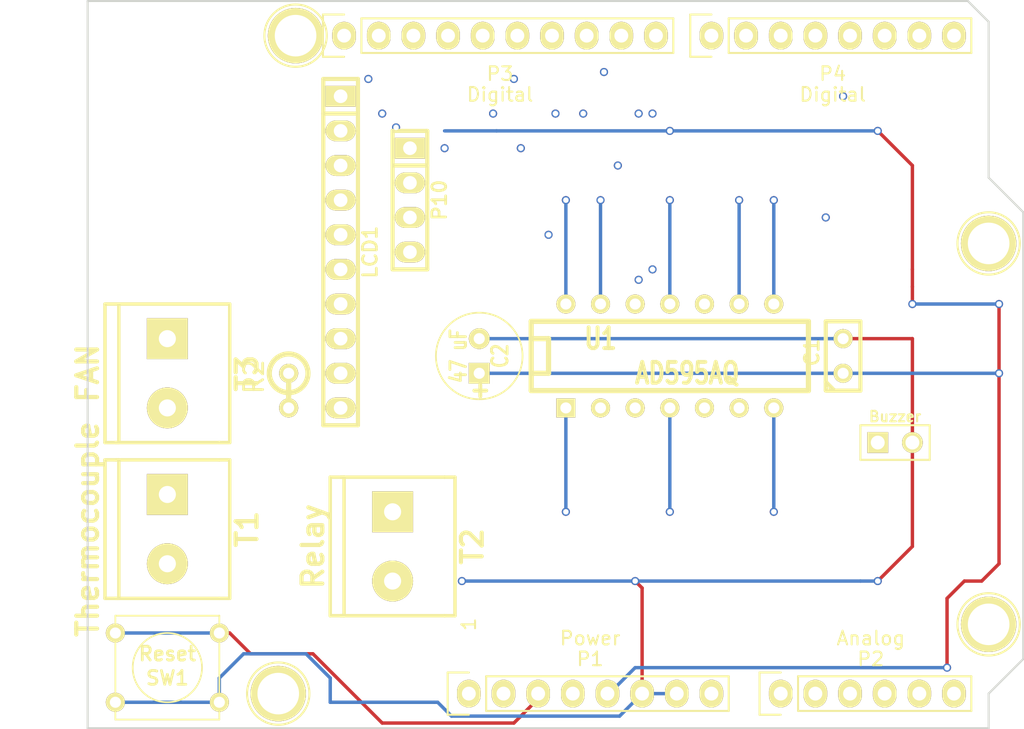
<source format=kicad_pcb>
(kicad_pcb (version 3) (host pcbnew "(2013-june-11)-stable")

  (general
    (links 42)
    (no_connects 4)
    (area 104.572999 71.742 182.868555 127.394)
    (thickness 1.6)
    (drawings 28)
    (tracks 217)
    (zones 0)
    (modules 19)
    (nets 22)
  )

  (page A4)
  (layers
    (15 F.Cu signal)
    (2 Wire2.Cu signal)
    (1 Wire1.Cu signal)
    (0 B.Cu signal)
    (16 B.Adhes user)
    (17 F.Adhes user)
    (18 B.Paste user)
    (19 F.Paste user)
    (20 B.SilkS user)
    (21 F.SilkS user)
    (22 B.Mask user)
    (23 F.Mask user)
    (24 Dwgs.User user)
    (25 Cmts.User user)
    (26 Eco1.User user)
    (27 Eco2.User user)
    (28 Edge.Cuts user)
  )

  (setup
    (last_trace_width 0.25)
    (trace_clearance 0.2)
    (zone_clearance 0.508)
    (zone_45_only no)
    (trace_min 0.2)
    (segment_width 0.15)
    (edge_width 0.15)
    (via_size 0.6)
    (via_drill 0.4)
    (via_min_size 0.4)
    (via_min_drill 0.3)
    (uvia_size 0.3)
    (uvia_drill 0.1)
    (uvias_allowed no)
    (uvia_min_size 0.2)
    (uvia_min_drill 0.1)
    (pcb_text_width 0.3)
    (pcb_text_size 1.5 1.5)
    (mod_edge_width 0.15)
    (mod_text_size 1 1)
    (mod_text_width 0.15)
    (pad_size 4.064 4.064)
    (pad_drill 3.048)
    (pad_to_mask_clearance 0)
    (aux_axis_origin 110.998 126.365)
    (visible_elements FFFFFF7F)
    (pcbplotparams
      (layerselection 16777216)
      (usegerberextensions false)
      (excludeedgelayer false)
      (linewidth 0.100000)
      (plotframeref false)
      (viasonmask false)
      (mode 1)
      (useauxorigin false)
      (hpglpennumber 1)
      (hpglpenspeed 20)
      (hpglpendiameter 15)
      (hpglpenoverlay 2)
      (psnegative false)
      (psa4output false)
      (plotreference true)
      (plotvalue true)
      (plotothertext true)
      (plotinvisibletext false)
      (padsonsilk false)
      (subtractmaskfromsilk false)
      (outputformat 2)
      (mirror true)
      (drillshape 0)
      (scaleselection 1)
      (outputdirectory PostScript/))
  )

  (net 0 "")
  (net 1 +3.3V)
  (net 2 +5V)
  (net 3 "/A4(SDA)")
  (net 4 "/A5(SCL)")
  (net 5 /Buzzer)
  (net 6 /D/C)
  (net 7 /Lite)
  (net 8 /MISO)
  (net 9 /MOSI)
  (net 10 /Relay_Ctrl)
  (net 11 /Reset)
  (net 12 /SCK)
  (net 13 /Switch1)
  (net 14 /Switch2)
  (net 15 /Switch3)
  (net 16 /TFT_CS)
  (net 17 /TFT_Reset)
  (net 18 /Temp_Out)
  (net 19 GND)
  (net 20 N-0000019)
  (net 21 N-0000020)

  (net_class Default "This is the default net class."
    (clearance 0.2)
    (trace_width 0.25)
    (via_dia 0.6)
    (via_drill 0.4)
    (uvia_dia 0.3)
    (uvia_drill 0.1)
    (add_net "")
    (add_net +3.3V)
    (add_net +5V)
    (add_net "/A4(SDA)")
    (add_net "/A5(SCL)")
    (add_net /Buzzer)
    (add_net /D/C)
    (add_net /Lite)
    (add_net /MISO)
    (add_net /MOSI)
    (add_net /Relay_Ctrl)
    (add_net /Reset)
    (add_net /SCK)
    (add_net /Switch1)
    (add_net /Switch2)
    (add_net /Switch3)
    (add_net /TFT_CS)
    (add_net /TFT_Reset)
    (add_net /Temp_Out)
    (add_net GND)
    (add_net N-0000019)
    (add_net N-0000020)
  )

  (module Socket_Arduino_Uno:Socket_Strip_Arduino_1x08   locked (layer F.Cu) (tedit 552168D2) (tstamp 551AF9EA)
    (at 138.938 123.825)
    (descr "Through hole socket strip")
    (tags "socket strip")
    (path /56D70129)
    (fp_text reference P1 (at 8.89 -2.54) (layer F.SilkS)
      (effects (font (size 1 1) (thickness 0.15)))
    )
    (fp_text value Power (at 8.89 -4.064) (layer F.SilkS)
      (effects (font (size 1 1) (thickness 0.15)))
    )
    (fp_line (start -1.75 -1.75) (end -1.75 1.75) (layer Eco1.User) (width 0.05))
    (fp_line (start 19.55 -1.75) (end 19.55 1.75) (layer Eco1.User) (width 0.05))
    (fp_line (start -1.75 -1.75) (end 19.55 -1.75) (layer Eco1.User) (width 0.05))
    (fp_line (start -1.75 1.75) (end 19.55 1.75) (layer Eco1.User) (width 0.05))
    (fp_line (start 1.27 1.27) (end 19.05 1.27) (layer F.SilkS) (width 0.15))
    (fp_line (start 19.05 1.27) (end 19.05 -1.27) (layer F.SilkS) (width 0.15))
    (fp_line (start 19.05 -1.27) (end 1.27 -1.27) (layer F.SilkS) (width 0.15))
    (fp_line (start -1.55 1.55) (end 0 1.55) (layer F.SilkS) (width 0.15))
    (fp_line (start 1.27 1.27) (end 1.27 -1.27) (layer F.SilkS) (width 0.15))
    (fp_line (start 0 -1.55) (end -1.55 -1.55) (layer F.SilkS) (width 0.15))
    (fp_line (start -1.55 -1.55) (end -1.55 1.55) (layer F.SilkS) (width 0.15))
    (pad 1 thru_hole oval (at 0 0) (size 1.7272 2.032) (drill 1.016)
      (layers *.Cu *.Mask F.SilkS)
    )
    (pad 2 thru_hole oval (at 2.54 0) (size 1.7272 2.032) (drill 1.016)
      (layers *.Cu *.Mask F.SilkS)
    )
    (pad 3 thru_hole oval (at 5.08 0) (size 1.7272 2.032) (drill 1.016)
      (layers *.Cu *.Mask F.SilkS)
      (net 11 /Reset)
    )
    (pad 4 thru_hole oval (at 7.62 0) (size 1.7272 2.032) (drill 1.016)
      (layers *.Cu *.Mask F.SilkS)
      (net 1 +3.3V)
    )
    (pad 5 thru_hole oval (at 10.16 0) (size 1.7272 2.032) (drill 1.016)
      (layers *.Cu *.Mask F.SilkS)
      (net 2 +5V)
    )
    (pad 6 thru_hole oval (at 12.7 0) (size 1.7272 2.032) (drill 1.016)
      (layers *.Cu *.Mask F.SilkS)
      (net 19 GND)
    )
    (pad 7 thru_hole oval (at 15.24 0) (size 1.7272 2.032) (drill 1.016)
      (layers *.Cu *.Mask F.SilkS)
      (net 19 GND)
    )
    (pad 8 thru_hole oval (at 17.78 0) (size 1.7272 2.032) (drill 1.016)
      (layers *.Cu *.Mask F.SilkS)
    )
    (model ${KIPRJMOD}/Socket_Arduino_Uno.3dshapes/Socket_header_Arduino_1x08.wrl
      (at (xyz 0.35 0 0))
      (scale (xyz 1 1 1))
      (rotate (xyz 0 0 180))
    )
  )

  (module Socket_Arduino_Uno:Socket_Strip_Arduino_1x06   locked (layer F.Cu) (tedit 552168D6) (tstamp 551AF9FF)
    (at 161.798 123.825)
    (descr "Through hole socket strip")
    (tags "socket strip")
    (path /56D70DD8)
    (fp_text reference P2 (at 6.604 -2.54) (layer F.SilkS)
      (effects (font (size 1 1) (thickness 0.15)))
    )
    (fp_text value Analog (at 6.604 -4.064) (layer F.SilkS)
      (effects (font (size 1 1) (thickness 0.15)))
    )
    (fp_line (start -1.75 -1.75) (end -1.75 1.75) (layer Eco1.User) (width 0.05))
    (fp_line (start 14.45 -1.75) (end 14.45 1.75) (layer Eco1.User) (width 0.05))
    (fp_line (start -1.75 -1.75) (end 14.45 -1.75) (layer Eco1.User) (width 0.05))
    (fp_line (start -1.75 1.75) (end 14.45 1.75) (layer Eco1.User) (width 0.05))
    (fp_line (start 1.27 1.27) (end 13.97 1.27) (layer F.SilkS) (width 0.15))
    (fp_line (start 13.97 1.27) (end 13.97 -1.27) (layer F.SilkS) (width 0.15))
    (fp_line (start 13.97 -1.27) (end 1.27 -1.27) (layer F.SilkS) (width 0.15))
    (fp_line (start -1.55 1.55) (end 0 1.55) (layer F.SilkS) (width 0.15))
    (fp_line (start 1.27 1.27) (end 1.27 -1.27) (layer F.SilkS) (width 0.15))
    (fp_line (start 0 -1.55) (end -1.55 -1.55) (layer F.SilkS) (width 0.15))
    (fp_line (start -1.55 -1.55) (end -1.55 1.55) (layer F.SilkS) (width 0.15))
    (pad 1 thru_hole oval (at 0 0) (size 1.7272 2.032) (drill 1.016)
      (layers *.Cu *.Mask F.SilkS)
      (net 18 /Temp_Out)
    )
    (pad 2 thru_hole oval (at 2.54 0) (size 1.7272 2.032) (drill 1.016)
      (layers *.Cu *.Mask F.SilkS)
    )
    (pad 3 thru_hole oval (at 5.08 0) (size 1.7272 2.032) (drill 1.016)
      (layers *.Cu *.Mask F.SilkS)
    )
    (pad 4 thru_hole oval (at 7.62 0) (size 1.7272 2.032) (drill 1.016)
      (layers *.Cu *.Mask F.SilkS)
    )
    (pad 5 thru_hole oval (at 10.16 0) (size 1.7272 2.032) (drill 1.016)
      (layers *.Cu *.Mask F.SilkS)
      (net 3 "/A4(SDA)")
    )
    (pad 6 thru_hole oval (at 12.7 0) (size 1.7272 2.032) (drill 1.016)
      (layers *.Cu *.Mask F.SilkS)
      (net 4 "/A5(SCL)")
    )
    (model ${KIPRJMOD}/Socket_Arduino_Uno.3dshapes/Socket_header_Arduino_1x06.wrl
      (at (xyz 0.25 0 0))
      (scale (xyz 1 1 1))
      (rotate (xyz 0 0 180))
    )
  )

  (module Socket_Arduino_Uno:Socket_Strip_Arduino_1x10   locked (layer F.Cu) (tedit 552168BF) (tstamp 551AFA18)
    (at 129.794 75.565)
    (descr "Through hole socket strip")
    (tags "socket strip")
    (path /56D721E0)
    (fp_text reference P3 (at 11.43 2.794) (layer F.SilkS)
      (effects (font (size 1 1) (thickness 0.15)))
    )
    (fp_text value Digital (at 11.43 4.318) (layer F.SilkS)
      (effects (font (size 1 1) (thickness 0.15)))
    )
    (fp_line (start -1.75 -1.75) (end -1.75 1.75) (layer Eco1.User) (width 0.05))
    (fp_line (start 24.65 -1.75) (end 24.65 1.75) (layer Eco1.User) (width 0.05))
    (fp_line (start -1.75 -1.75) (end 24.65 -1.75) (layer Eco1.User) (width 0.05))
    (fp_line (start -1.75 1.75) (end 24.65 1.75) (layer Eco1.User) (width 0.05))
    (fp_line (start 1.27 1.27) (end 24.13 1.27) (layer F.SilkS) (width 0.15))
    (fp_line (start 24.13 1.27) (end 24.13 -1.27) (layer F.SilkS) (width 0.15))
    (fp_line (start 24.13 -1.27) (end 1.27 -1.27) (layer F.SilkS) (width 0.15))
    (fp_line (start -1.55 1.55) (end 0 1.55) (layer F.SilkS) (width 0.15))
    (fp_line (start 1.27 1.27) (end 1.27 -1.27) (layer F.SilkS) (width 0.15))
    (fp_line (start 0 -1.55) (end -1.55 -1.55) (layer F.SilkS) (width 0.15))
    (fp_line (start -1.55 -1.55) (end -1.55 1.55) (layer F.SilkS) (width 0.15))
    (pad 1 thru_hole oval (at 0 0) (size 1.7272 2.032) (drill 1.016)
      (layers *.Cu *.Mask F.SilkS)
      (net 4 "/A5(SCL)")
    )
    (pad 2 thru_hole oval (at 2.54 0) (size 1.7272 2.032) (drill 1.016)
      (layers *.Cu *.Mask F.SilkS)
      (net 3 "/A4(SDA)")
    )
    (pad 3 thru_hole oval (at 5.08 0) (size 1.7272 2.032) (drill 1.016)
      (layers *.Cu *.Mask F.SilkS)
      (net 1 +3.3V)
    )
    (pad 4 thru_hole oval (at 7.62 0) (size 1.7272 2.032) (drill 1.016)
      (layers *.Cu *.Mask F.SilkS)
      (net 19 GND)
    )
    (pad 5 thru_hole oval (at 10.16 0) (size 1.7272 2.032) (drill 1.016)
      (layers *.Cu *.Mask F.SilkS)
      (net 12 /SCK)
    )
    (pad 6 thru_hole oval (at 12.7 0) (size 1.7272 2.032) (drill 1.016)
      (layers *.Cu *.Mask F.SilkS)
      (net 8 /MISO)
    )
    (pad 7 thru_hole oval (at 15.24 0) (size 1.7272 2.032) (drill 1.016)
      (layers *.Cu *.Mask F.SilkS)
      (net 9 /MOSI)
    )
    (pad 8 thru_hole oval (at 17.78 0) (size 1.7272 2.032) (drill 1.016)
      (layers *.Cu *.Mask F.SilkS)
      (net 16 /TFT_CS)
    )
    (pad 9 thru_hole oval (at 20.32 0) (size 1.7272 2.032) (drill 1.016)
      (layers *.Cu *.Mask F.SilkS)
      (net 17 /TFT_Reset)
    )
    (pad 10 thru_hole oval (at 22.86 0) (size 1.7272 2.032) (drill 1.016)
      (layers *.Cu *.Mask F.SilkS)
      (net 6 /D/C)
    )
    (model ${KIPRJMOD}/Socket_Arduino_Uno.3dshapes/Socket_header_Arduino_1x10.wrl
      (at (xyz 0.45 0 0))
      (scale (xyz 1 1 1))
      (rotate (xyz 0 0 180))
    )
  )

  (module Socket_Arduino_Uno:Socket_Strip_Arduino_1x08   locked (layer F.Cu) (tedit 552168C7) (tstamp 551AFA2F)
    (at 156.718 75.565)
    (descr "Through hole socket strip")
    (tags "socket strip")
    (path /56D7164F)
    (fp_text reference P4 (at 8.89 2.794) (layer F.SilkS)
      (effects (font (size 1 1) (thickness 0.15)))
    )
    (fp_text value Digital (at 8.89 4.318) (layer F.SilkS)
      (effects (font (size 1 1) (thickness 0.15)))
    )
    (fp_line (start -1.75 -1.75) (end -1.75 1.75) (layer Eco1.User) (width 0.05))
    (fp_line (start 19.55 -1.75) (end 19.55 1.75) (layer Eco1.User) (width 0.05))
    (fp_line (start -1.75 -1.75) (end 19.55 -1.75) (layer Eco1.User) (width 0.05))
    (fp_line (start -1.75 1.75) (end 19.55 1.75) (layer Eco1.User) (width 0.05))
    (fp_line (start 1.27 1.27) (end 19.05 1.27) (layer F.SilkS) (width 0.15))
    (fp_line (start 19.05 1.27) (end 19.05 -1.27) (layer F.SilkS) (width 0.15))
    (fp_line (start 19.05 -1.27) (end 1.27 -1.27) (layer F.SilkS) (width 0.15))
    (fp_line (start -1.55 1.55) (end 0 1.55) (layer F.SilkS) (width 0.15))
    (fp_line (start 1.27 1.27) (end 1.27 -1.27) (layer F.SilkS) (width 0.15))
    (fp_line (start 0 -1.55) (end -1.55 -1.55) (layer F.SilkS) (width 0.15))
    (fp_line (start -1.55 -1.55) (end -1.55 1.55) (layer F.SilkS) (width 0.15))
    (pad 1 thru_hole oval (at 0 0) (size 1.7272 2.032) (drill 1.016)
      (layers *.Cu *.Mask F.SilkS)
      (net 10 /Relay_Ctrl)
    )
    (pad 2 thru_hole oval (at 2.54 0) (size 1.7272 2.032) (drill 1.016)
      (layers *.Cu *.Mask F.SilkS)
      (net 13 /Switch1)
    )
    (pad 3 thru_hole oval (at 5.08 0) (size 1.7272 2.032) (drill 1.016)
      (layers *.Cu *.Mask F.SilkS)
      (net 14 /Switch2)
    )
    (pad 4 thru_hole oval (at 7.62 0) (size 1.7272 2.032) (drill 1.016)
      (layers *.Cu *.Mask F.SilkS)
      (net 15 /Switch3)
    )
    (pad 5 thru_hole oval (at 10.16 0) (size 1.7272 2.032) (drill 1.016)
      (layers *.Cu *.Mask F.SilkS)
      (net 7 /Lite)
    )
    (pad 6 thru_hole oval (at 12.7 0) (size 1.7272 2.032) (drill 1.016)
      (layers *.Cu *.Mask F.SilkS)
      (net 5 /Buzzer)
    )
    (pad 7 thru_hole oval (at 15.24 0) (size 1.7272 2.032) (drill 1.016)
      (layers *.Cu *.Mask F.SilkS)
    )
    (pad 8 thru_hole oval (at 17.78 0) (size 1.7272 2.032) (drill 1.016)
      (layers *.Cu *.Mask F.SilkS)
    )
    (model ${KIPRJMOD}/Socket_Arduino_Uno.3dshapes/Socket_header_Arduino_1x08.wrl
      (at (xyz 0.35 0 0))
      (scale (xyz 1 1 1))
      (rotate (xyz 0 0 180))
    )
  )

  (module Socket_Arduino_Uno:Arduino_1pin   locked (layer F.Cu) (tedit 5524FC39) (tstamp 5524FC3F)
    (at 124.968 123.825)
    (descr "module 1 pin (ou trou mecanique de percage)")
    (tags DEV)
    (path /56D71177)
    (fp_text reference P5 (at 0 -3.048) (layer F.SilkS) hide
      (effects (font (size 1 1) (thickness 0.15)))
    )
    (fp_text value CONN_01X01 (at 0 2.794) (layer F.SilkS) hide
      (effects (font (size 1 1) (thickness 0.15)))
    )
    (fp_circle (center 0 0) (end 0 -2.286) (layer F.SilkS) (width 0.15))
    (pad 1 thru_hole circle (at 0 0) (size 4.064 4.064) (drill 3.048)
      (layers *.Cu *.Mask F.SilkS)
    )
  )

  (module Socket_Arduino_Uno:Arduino_1pin   locked (layer F.Cu) (tedit 5524FC4A) (tstamp 5524FC44)
    (at 177.038 118.745)
    (descr "module 1 pin (ou trou mecanique de percage)")
    (tags DEV)
    (path /56D71274)
    (fp_text reference P6 (at 0 -3.048) (layer F.SilkS) hide
      (effects (font (size 1 1) (thickness 0.15)))
    )
    (fp_text value CONN_01X01 (at 0 2.794) (layer F.SilkS) hide
      (effects (font (size 1 1) (thickness 0.15)))
    )
    (fp_circle (center 0 0) (end 0 -2.286) (layer F.SilkS) (width 0.15))
    (pad 1 thru_hole circle (at 0 0) (size 4.064 4.064) (drill 3.048)
      (layers *.Cu *.Mask F.SilkS)
    )
  )

  (module Socket_Arduino_Uno:Arduino_1pin   locked (layer F.Cu) (tedit 5524FC2F) (tstamp 5524FC49)
    (at 126.238 75.565)
    (descr "module 1 pin (ou trou mecanique de percage)")
    (tags DEV)
    (path /56D712A8)
    (fp_text reference P7 (at 0 -3.048) (layer F.SilkS) hide
      (effects (font (size 1 1) (thickness 0.15)))
    )
    (fp_text value CONN_01X01 (at 0 2.794) (layer F.SilkS) hide
      (effects (font (size 1 1) (thickness 0.15)))
    )
    (fp_circle (center 0 0) (end 0 -2.286) (layer F.SilkS) (width 0.15))
    (pad 1 thru_hole circle (at 0 0) (size 4.064 4.064) (drill 3.048)
      (layers *.Cu *.Mask F.SilkS)
    )
  )

  (module Socket_Arduino_Uno:Arduino_1pin   locked (layer F.Cu) (tedit 5524FC41) (tstamp 5524FC4E)
    (at 177.038 90.805)
    (descr "module 1 pin (ou trou mecanique de percage)")
    (tags DEV)
    (path /56D712DB)
    (fp_text reference P8 (at 0 -3.048) (layer F.SilkS) hide
      (effects (font (size 1 1) (thickness 0.15)))
    )
    (fp_text value CONN_01X01 (at 0 2.794) (layer F.SilkS) hide
      (effects (font (size 1 1) (thickness 0.15)))
    )
    (fp_circle (center 0 0) (end 0 -2.286) (layer F.SilkS) (width 0.15))
    (pad 1 thru_hole circle (at 0 0) (size 4.064 4.064) (drill 3.048)
      (layers *.Cu *.Mask F.SilkS)
    )
  )

  (module SW_PUSH_SMALL (layer F.Cu) (tedit 46544DB3) (tstamp 5AABDD7E)
    (at 116.84 121.92 180)
    (path /5AABD4DC)
    (fp_text reference SW1 (at 0 -0.762 180) (layer F.SilkS)
      (effects (font (size 1.016 1.016) (thickness 0.2032)))
    )
    (fp_text value Reset (at 0 1.016 180) (layer F.SilkS)
      (effects (font (size 1.016 1.016) (thickness 0.2032)))
    )
    (fp_circle (center 0 0) (end 0 -2.54) (layer F.SilkS) (width 0.127))
    (fp_line (start -3.81 -3.81) (end 3.81 -3.81) (layer F.SilkS) (width 0.127))
    (fp_line (start 3.81 -3.81) (end 3.81 3.81) (layer F.SilkS) (width 0.127))
    (fp_line (start 3.81 3.81) (end -3.81 3.81) (layer F.SilkS) (width 0.127))
    (fp_line (start -3.81 -3.81) (end -3.81 3.81) (layer F.SilkS) (width 0.127))
    (pad 1 thru_hole circle (at 3.81 -2.54 180) (size 1.397 1.397) (drill 0.8128)
      (layers *.Cu *.Mask F.SilkS)
      (net 19 GND)
    )
    (pad 2 thru_hole circle (at 3.81 2.54 180) (size 1.397 1.397) (drill 0.8128)
      (layers *.Cu *.Mask F.SilkS)
      (net 11 /Reset)
    )
    (pad 1 thru_hole circle (at -3.81 -2.54 180) (size 1.397 1.397) (drill 0.8128)
      (layers *.Cu *.Mask F.SilkS)
      (net 19 GND)
    )
    (pad 2 thru_hole circle (at -3.81 2.54 180) (size 1.397 1.397) (drill 0.8128)
      (layers *.Cu *.Mask F.SilkS)
      (net 11 /Reset)
    )
  )

  (module R1 (layer F.Cu) (tedit 200000) (tstamp 5AABDD9B)
    (at 125.73 101.6 270)
    (descr "Resistance verticale")
    (tags R)
    (path /5AABDC2E)
    (autoplace_cost90 10)
    (autoplace_cost180 10)
    (fp_text reference R2 (at -1.016 2.54 270) (layer F.SilkS)
      (effects (font (size 1.397 1.27) (thickness 0.2032)))
    )
    (fp_text value "10K Ohms" (at -1.143 2.54 270) (layer F.SilkS) hide
      (effects (font (size 1.397 1.27) (thickness 0.2032)))
    )
    (fp_line (start -1.27 0) (end 1.27 0) (layer F.SilkS) (width 0.381))
    (fp_circle (center -1.27 0) (end -0.635 1.27) (layer F.SilkS) (width 0.381))
    (pad 1 thru_hole circle (at -1.27 0 270) (size 1.397 1.397) (drill 0.8128)
      (layers *.Cu *.Mask F.SilkS)
      (net 10 /Relay_Ctrl)
    )
    (pad 2 thru_hole circle (at 1.27 0 270) (size 1.397 1.397) (drill 0.8128)
      (layers *.Cu *.Mask F.SilkS)
      (net 19 GND)
    )
    (model discret/verti_resistor.wrl
      (at (xyz 0 0 0))
      (scale (xyz 1 1 1))
      (rotate (xyz 0 0 0))
    )
  )

  (module pin_strip_4 (layer F.Cu) (tedit 4B90DFFC) (tstamp 5AABDDA8)
    (at 134.62 87.63 270)
    (descr "Pin strip 4pin")
    (tags "CONN DEV")
    (path /5AABD632)
    (fp_text reference P10 (at 0 -2.159 270) (layer F.SilkS)
      (effects (font (size 1.016 1.016) (thickness 0.2032)))
    )
    (fp_text value Switches (at 0.254 -3.556 270) (layer F.SilkS) hide
      (effects (font (size 1.016 0.889) (thickness 0.2032)))
    )
    (fp_line (start -2.54 -1.27) (end -2.54 1.27) (layer F.SilkS) (width 0.3048))
    (fp_line (start 5.08 1.27) (end -5.08 1.27) (layer F.SilkS) (width 0.3048))
    (fp_line (start -5.08 -1.27) (end 5.08 -1.27) (layer F.SilkS) (width 0.3048))
    (fp_line (start -5.08 1.27) (end -5.08 -1.27) (layer F.SilkS) (width 0.3048))
    (fp_line (start 5.08 -1.27) (end 5.08 1.27) (layer F.SilkS) (width 0.3048))
    (pad 1 thru_hole rect (at -3.81 0 270) (size 1.524 2.19964) (drill 1.00076)
      (layers *.Cu *.Mask F.SilkS)
      (net 13 /Switch1)
    )
    (pad 2 thru_hole oval (at -1.27 0 270) (size 1.524 2.19964) (drill 1.00076)
      (layers *.Cu *.Mask F.SilkS)
      (net 14 /Switch2)
    )
    (pad 3 thru_hole oval (at 1.27 0 270) (size 1.524 2.19964) (drill 1.00076)
      (layers *.Cu *.Mask F.SilkS)
      (net 15 /Switch3)
    )
    (pad 4 thru_hole oval (at 3.81 0 270) (size 1.524 2.19964) (drill 1.00076)
      (layers *.Cu *.Mask F.SilkS)
      (net 19 GND)
    )
    (model walter/pin_strip/pin_strip_4.wrl
      (at (xyz 0 0 0))
      (scale (xyz 1 1 1))
      (rotate (xyz 0 0 0))
    )
  )

  (module pin_strip_10 (layer F.Cu) (tedit 4B90DB5D) (tstamp 5AABDDBB)
    (at 129.54 91.44 270)
    (descr "Pin strip 10pin")
    (tags "CONN DEV")
    (path /5AABD432)
    (fp_text reference LCD1 (at 0 -2.159 270) (layer F.SilkS)
      (effects (font (size 1.016 1.016) (thickness 0.2032)))
    )
    (fp_text value 160X128_TFT_DISPLAY (at 0.254 -3.556 270) (layer F.SilkS) hide
      (effects (font (size 1.016 0.889) (thickness 0.2032)))
    )
    (fp_line (start -10.16 -1.27) (end -10.16 1.27) (layer F.SilkS) (width 0.3048))
    (fp_line (start -12.7 -1.27) (end 12.7 -1.27) (layer F.SilkS) (width 0.3048))
    (fp_line (start 12.7 -1.27) (end 12.7 1.27) (layer F.SilkS) (width 0.3048))
    (fp_line (start 12.7 1.27) (end -12.7 1.27) (layer F.SilkS) (width 0.3048))
    (fp_line (start -12.7 1.27) (end -12.7 -1.27) (layer F.SilkS) (width 0.3048))
    (pad 1 thru_hole rect (at -11.43 0 270) (size 1.524 2.19964) (drill 1.00076)
      (layers *.Cu *.Mask F.SilkS)
      (net 7 /Lite)
    )
    (pad 2 thru_hole oval (at -8.89 0 270) (size 1.524 2.19964) (drill 1.00076)
      (layers *.Cu *.Mask F.SilkS)
      (net 8 /MISO)
    )
    (pad 3 thru_hole oval (at -6.35 0 270) (size 1.524 2.19964) (drill 1.00076)
      (layers *.Cu *.Mask F.SilkS)
      (net 12 /SCK)
    )
    (pad 4 thru_hole oval (at -3.81 0 270) (size 1.524 2.19964) (drill 1.00076)
      (layers *.Cu *.Mask F.SilkS)
      (net 9 /MOSI)
    )
    (pad 5 thru_hole oval (at -1.27 0 270) (size 1.524 2.19964) (drill 1.00076)
      (layers *.Cu *.Mask F.SilkS)
      (net 16 /TFT_CS)
    )
    (pad 6 thru_hole oval (at 1.27 0 270) (size 1.524 2.19964) (drill 1.00076)
      (layers *.Cu *.Mask F.SilkS)
    )
    (pad 7 thru_hole oval (at 3.81 0 270) (size 1.524 2.19964) (drill 1.00076)
      (layers *.Cu *.Mask F.SilkS)
      (net 6 /D/C)
    )
    (pad 8 thru_hole oval (at 6.35 0 270) (size 1.524 2.19964) (drill 1.00076)
      (layers *.Cu *.Mask F.SilkS)
      (net 17 /TFT_Reset)
    )
    (pad 9 thru_hole oval (at 8.89 0 270) (size 1.524 2.19964) (drill 1.00076)
      (layers *.Cu *.Mask F.SilkS)
      (net 2 +5V)
    )
    (pad 10 thru_hole oval (at 11.43 0 270) (size 1.524 2.19964) (drill 1.00076)
      (layers *.Cu *.Mask F.SilkS)
      (net 19 GND)
    )
    (model walter/pin_strip/pin_strip_10.wrl
      (at (xyz 0 0 0))
      (scale (xyz 1 1 1))
      (rotate (xyz 0 0 0))
    )
  )

  (module mors_2p (layer F.Cu) (tedit 4B90D9AA) (tstamp 5AABDDCA)
    (at 116.84 111.76 270)
    (descr "Terminal block 2 pins")
    (tags DEV)
    (path /5AABD8D5)
    (fp_text reference T1 (at 0 -5.842 270) (layer F.SilkS)
      (effects (font (size 1.524 1.524) (thickness 0.3048)))
    )
    (fp_text value Thermocouple (at 0 5.842 270) (layer F.SilkS)
      (effects (font (size 1.524 1.524) (thickness 0.3048)))
    )
    (fp_line (start 5.08 -3.81) (end 5.08 -4.572) (layer F.SilkS) (width 0.254))
    (fp_line (start 5.08 -4.572) (end -5.08 -4.572) (layer F.SilkS) (width 0.254))
    (fp_line (start -5.08 -4.572) (end -5.08 -3.81) (layer F.SilkS) (width 0.254))
    (fp_line (start 5.08 4.572) (end -5.08 4.572) (layer F.SilkS) (width 0.254))
    (fp_line (start -5.08 4.572) (end -5.08 3.556) (layer F.SilkS) (width 0.254))
    (fp_line (start -5.08 3.556) (end 5.08 3.556) (layer F.SilkS) (width 0.254))
    (fp_line (start 5.08 3.556) (end 5.08 4.572) (layer F.SilkS) (width 0.254))
    (fp_line (start 5.08 3.81) (end 5.08 -3.81) (layer F.SilkS) (width 0.254))
    (fp_line (start -5.08 -3.81) (end -5.08 3.81) (layer F.SilkS) (width 0.254))
    (pad 1 thru_hole rect (at -2.54 0 270) (size 2.99974 2.99974) (drill 1.24968)
      (layers *.Cu *.Mask F.SilkS)
      (net 20 N-0000019)
    )
    (pad 2 thru_hole circle (at 2.54 0 270) (size 2.99974 2.99974) (drill 1.24968)
      (layers *.Cu *.Mask F.SilkS)
      (net 21 N-0000020)
    )
    (model walter/conn_screw/mors_2p.wrl
      (at (xyz 0 0 0))
      (scale (xyz 1 1 1))
      (rotate (xyz 0 0 0))
    )
  )

  (module mors_2p (layer F.Cu) (tedit 4B90D9AA) (tstamp 5AABDDD9)
    (at 133.35 113.03 270)
    (descr "Terminal block 2 pins")
    (tags DEV)
    (path /5AABDBC7)
    (fp_text reference T2 (at 0 -5.842 270) (layer F.SilkS)
      (effects (font (size 1.524 1.524) (thickness 0.3048)))
    )
    (fp_text value Relay (at 0 5.842 270) (layer F.SilkS)
      (effects (font (size 1.524 1.524) (thickness 0.3048)))
    )
    (fp_line (start 5.08 -3.81) (end 5.08 -4.572) (layer F.SilkS) (width 0.254))
    (fp_line (start 5.08 -4.572) (end -5.08 -4.572) (layer F.SilkS) (width 0.254))
    (fp_line (start -5.08 -4.572) (end -5.08 -3.81) (layer F.SilkS) (width 0.254))
    (fp_line (start 5.08 4.572) (end -5.08 4.572) (layer F.SilkS) (width 0.254))
    (fp_line (start -5.08 4.572) (end -5.08 3.556) (layer F.SilkS) (width 0.254))
    (fp_line (start -5.08 3.556) (end 5.08 3.556) (layer F.SilkS) (width 0.254))
    (fp_line (start 5.08 3.556) (end 5.08 4.572) (layer F.SilkS) (width 0.254))
    (fp_line (start 5.08 3.81) (end 5.08 -3.81) (layer F.SilkS) (width 0.254))
    (fp_line (start -5.08 -3.81) (end -5.08 3.81) (layer F.SilkS) (width 0.254))
    (pad 1 thru_hole rect (at -2.54 0 270) (size 2.99974 2.99974) (drill 1.24968)
      (layers *.Cu *.Mask F.SilkS)
      (net 10 /Relay_Ctrl)
    )
    (pad 2 thru_hole circle (at 2.54 0 270) (size 2.99974 2.99974) (drill 1.24968)
      (layers *.Cu *.Mask F.SilkS)
      (net 19 GND)
    )
    (model walter/conn_screw/mors_2p.wrl
      (at (xyz 0 0 0))
      (scale (xyz 1 1 1))
      (rotate (xyz 0 0 0))
    )
  )

  (module mors_2p (layer F.Cu) (tedit 4B90D9AA) (tstamp 5AABDDE8)
    (at 116.84 100.33 270)
    (descr "Terminal block 2 pins")
    (tags DEV)
    (path /5AABDD7C)
    (fp_text reference T3 (at 0 -5.842 270) (layer F.SilkS)
      (effects (font (size 1.524 1.524) (thickness 0.3048)))
    )
    (fp_text value FAN (at 0 5.842 270) (layer F.SilkS)
      (effects (font (size 1.524 1.524) (thickness 0.3048)))
    )
    (fp_line (start 5.08 -3.81) (end 5.08 -4.572) (layer F.SilkS) (width 0.254))
    (fp_line (start 5.08 -4.572) (end -5.08 -4.572) (layer F.SilkS) (width 0.254))
    (fp_line (start -5.08 -4.572) (end -5.08 -3.81) (layer F.SilkS) (width 0.254))
    (fp_line (start 5.08 4.572) (end -5.08 4.572) (layer F.SilkS) (width 0.254))
    (fp_line (start -5.08 4.572) (end -5.08 3.556) (layer F.SilkS) (width 0.254))
    (fp_line (start -5.08 3.556) (end 5.08 3.556) (layer F.SilkS) (width 0.254))
    (fp_line (start 5.08 3.556) (end 5.08 4.572) (layer F.SilkS) (width 0.254))
    (fp_line (start 5.08 3.81) (end 5.08 -3.81) (layer F.SilkS) (width 0.254))
    (fp_line (start -5.08 -3.81) (end -5.08 3.81) (layer F.SilkS) (width 0.254))
    (pad 1 thru_hole rect (at -2.54 0 270) (size 2.99974 2.99974) (drill 1.24968)
      (layers *.Cu *.Mask F.SilkS)
      (net 2 +5V)
    )
    (pad 2 thru_hole circle (at 2.54 0 270) (size 2.99974 2.99974) (drill 1.24968)
      (layers *.Cu *.Mask F.SilkS)
      (net 19 GND)
    )
    (model walter/conn_screw/mors_2p.wrl
      (at (xyz 0 0 0))
      (scale (xyz 1 1 1))
      (rotate (xyz 0 0 0))
    )
  )

  (module DIP-14__300 (layer F.Cu) (tedit 200000) (tstamp 5AABDE01)
    (at 153.67 99.06)
    (descr "14 pins DIL package, round pads")
    (tags DIL)
    (path /5AABD1F3)
    (fp_text reference U1 (at -5.08 -1.27) (layer F.SilkS)
      (effects (font (size 1.524 1.143) (thickness 0.3048)))
    )
    (fp_text value AD595AQ (at 1.27 1.27) (layer F.SilkS)
      (effects (font (size 1.524 1.143) (thickness 0.3048)))
    )
    (fp_line (start -10.16 -2.54) (end 10.16 -2.54) (layer F.SilkS) (width 0.381))
    (fp_line (start 10.16 2.54) (end -10.16 2.54) (layer F.SilkS) (width 0.381))
    (fp_line (start -10.16 2.54) (end -10.16 -2.54) (layer F.SilkS) (width 0.381))
    (fp_line (start -10.16 -1.27) (end -8.89 -1.27) (layer F.SilkS) (width 0.381))
    (fp_line (start -8.89 -1.27) (end -8.89 1.27) (layer F.SilkS) (width 0.381))
    (fp_line (start -8.89 1.27) (end -10.16 1.27) (layer F.SilkS) (width 0.381))
    (fp_line (start 10.16 -2.54) (end 10.16 2.54) (layer F.SilkS) (width 0.381))
    (pad 1 thru_hole rect (at -7.62 3.81) (size 1.397 1.397) (drill 0.8128)
      (layers *.Cu *.Mask F.SilkS)
      (net 20 N-0000019)
    )
    (pad 2 thru_hole circle (at -5.08 3.81) (size 1.397 1.397) (drill 0.8128)
      (layers *.Cu *.Mask F.SilkS)
    )
    (pad 3 thru_hole circle (at -2.54 3.81) (size 1.397 1.397) (drill 0.8128)
      (layers *.Cu *.Mask F.SilkS)
    )
    (pad 4 thru_hole circle (at 0 3.81) (size 1.397 1.397) (drill 0.8128)
      (layers *.Cu *.Mask F.SilkS)
      (net 19 GND)
    )
    (pad 5 thru_hole circle (at 2.54 3.81) (size 1.397 1.397) (drill 0.8128)
      (layers *.Cu *.Mask F.SilkS)
    )
    (pad 6 thru_hole circle (at 5.08 3.81) (size 1.397 1.397) (drill 0.8128)
      (layers *.Cu *.Mask F.SilkS)
    )
    (pad 7 thru_hole circle (at 7.62 3.81) (size 1.397 1.397) (drill 0.8128)
      (layers *.Cu *.Mask F.SilkS)
      (net 19 GND)
    )
    (pad 8 thru_hole circle (at 7.62 -3.81) (size 1.397 1.397) (drill 0.8128)
      (layers *.Cu *.Mask F.SilkS)
      (net 18 /Temp_Out)
    )
    (pad 9 thru_hole circle (at 5.08 -3.81) (size 1.397 1.397) (drill 0.8128)
      (layers *.Cu *.Mask F.SilkS)
      (net 18 /Temp_Out)
    )
    (pad 10 thru_hole circle (at 2.54 -3.81) (size 1.397 1.397) (drill 0.8128)
      (layers *.Cu *.Mask F.SilkS)
    )
    (pad 11 thru_hole circle (at 0 -3.81) (size 1.397 1.397) (drill 0.8128)
      (layers *.Cu *.Mask F.SilkS)
      (net 2 +5V)
    )
    (pad 12 thru_hole circle (at -2.54 -3.81) (size 1.397 1.397) (drill 0.8128)
      (layers *.Cu *.Mask F.SilkS)
    )
    (pad 13 thru_hole circle (at -5.08 -3.81) (size 1.397 1.397) (drill 0.8128)
      (layers *.Cu *.Mask F.SilkS)
      (net 19 GND)
    )
    (pad 14 thru_hole circle (at -7.62 -3.81) (size 1.397 1.397) (drill 0.8128)
      (layers *.Cu *.Mask F.SilkS)
      (net 21 N-0000020)
    )
    (model dil/dil_14.wrl
      (at (xyz 0 0 0))
      (scale (xyz 1 1 1))
      (rotate (xyz 0 0 0))
    )
  )

  (module C1 (layer F.Cu) (tedit 3F92C496) (tstamp 5AABDE13)
    (at 166.37 99.06 90)
    (descr "Condensateur e = 1 pas")
    (tags C)
    (path /5AABD8BF)
    (fp_text reference C1 (at 0.254 -2.286 90) (layer F.SilkS)
      (effects (font (size 1.016 1.016) (thickness 0.2032)))
    )
    (fp_text value ".1 uF" (at 0 -2.286 90) (layer F.SilkS) hide
      (effects (font (size 1.016 1.016) (thickness 0.2032)))
    )
    (fp_line (start -2.4892 -1.27) (end 2.54 -1.27) (layer F.SilkS) (width 0.3048))
    (fp_line (start 2.54 -1.27) (end 2.54 1.27) (layer F.SilkS) (width 0.3048))
    (fp_line (start 2.54 1.27) (end -2.54 1.27) (layer F.SilkS) (width 0.3048))
    (fp_line (start -2.54 1.27) (end -2.54 -1.27) (layer F.SilkS) (width 0.3048))
    (fp_line (start -2.54 -0.635) (end -1.905 -1.27) (layer F.SilkS) (width 0.3048))
    (pad 1 thru_hole circle (at -1.27 0 90) (size 1.397 1.397) (drill 0.8128)
      (layers *.Cu *.Mask F.SilkS)
      (net 2 +5V)
    )
    (pad 2 thru_hole circle (at 1.27 0 90) (size 1.397 1.397) (drill 0.8128)
      (layers *.Cu *.Mask F.SilkS)
      (net 19 GND)
    )
    (model discret/capa_1_pas.wrl
      (at (xyz 0 0 0))
      (scale (xyz 1 1 1))
      (rotate (xyz 0 0 0))
    )
  )

  (module C1V7 (layer F.Cu) (tedit 200000) (tstamp 5AABDE08)
    (at 139.7 99.06 90)
    (path /5AABDE3F)
    (fp_text reference C2 (at 0 1.524 90) (layer F.SilkS)
      (effects (font (size 1.143 0.889) (thickness 0.2032)))
    )
    (fp_text value "47 uF" (at 0 -1.524 90) (layer F.SilkS)
      (effects (font (size 1.143 0.889) (thickness 0.2032)))
    )
    (fp_text user + (at -2.54 0 90) (layer F.SilkS)
      (effects (font (size 1.143 1.143) (thickness 0.3048)))
    )
    (fp_circle (center 0 0) (end 3.175 0) (layer F.SilkS) (width 0.127))
    (pad 1 thru_hole rect (at -1.27 0 90) (size 1.524 1.524) (drill 0.8128)
      (layers *.Cu *.Mask F.SilkS)
      (net 2 +5V)
    )
    (pad 2 thru_hole circle (at 1.27 0 90) (size 1.524 1.524) (drill 0.8128)
      (layers *.Cu *.Mask F.SilkS)
      (net 19 GND)
    )
    (model discret/c_vert_c1v7.wrl
      (at (xyz 0 0 0))
      (scale (xyz 1 1 1))
      (rotate (xyz 0 0 0))
    )
  )

  (module PIN_ARRAY_2X1 (layer F.Cu) (tedit 5AB7C2D8) (tstamp 5AB42082)
    (at 170.18 105.41)
    (descr "Connecteurs 2 pins")
    (tags "CONN DEV")
    (path /5AB420C6)
    (fp_text reference P9 (at 0 -1.905) (layer F.SilkS) hide
      (effects (font (size 0.762 0.762) (thickness 0.1524)))
    )
    (fp_text value Buzzer (at 0 -1.905) (layer F.SilkS)
      (effects (font (size 0.762 0.762) (thickness 0.1524)))
    )
    (fp_line (start -2.54 1.27) (end -2.54 -1.27) (layer F.SilkS) (width 0.1524))
    (fp_line (start -2.54 -1.27) (end 2.54 -1.27) (layer F.SilkS) (width 0.1524))
    (fp_line (start 2.54 -1.27) (end 2.54 1.27) (layer F.SilkS) (width 0.1524))
    (fp_line (start 2.54 1.27) (end -2.54 1.27) (layer F.SilkS) (width 0.1524))
    (pad 1 thru_hole rect (at -1.27 0) (size 1.524 1.524) (drill 1.016)
      (layers *.Cu *.Mask F.SilkS)
      (net 5 /Buzzer)
    )
    (pad 2 thru_hole circle (at 1.27 0) (size 1.524 1.524) (drill 1.016)
      (layers *.Cu *.Mask F.SilkS)
      (net 19 GND)
    )
    (model pin_array/pins_array_2x1.wrl
      (at (xyz 0 0 0))
      (scale (xyz 1 1 1))
      (rotate (xyz 0 0 0))
    )
  )

  (gr_line (start 151.13 102.87) (end 152.4 102.87) (angle 90) (layer Cmts.User) (width 0.15))
  (gr_text 1 (at 138.938 118.745 90) (layer F.SilkS)
    (effects (font (size 1 1) (thickness 0.15)))
  )
  (gr_circle (center 117.348 76.962) (end 118.618 76.962) (layer Dwgs.User) (width 0.15))
  (gr_line (start 114.427 78.994) (end 114.427 74.93) (angle 90) (layer Dwgs.User) (width 0.15))
  (gr_line (start 120.269 78.994) (end 114.427 78.994) (angle 90) (layer Dwgs.User) (width 0.15))
  (gr_line (start 120.269 74.93) (end 120.269 78.994) (angle 90) (layer Dwgs.User) (width 0.15))
  (gr_line (start 114.427 74.93) (end 120.269 74.93) (angle 90) (layer Dwgs.User) (width 0.15))
  (gr_line (start 120.523 93.98) (end 104.648 93.98) (angle 90) (layer Dwgs.User) (width 0.15))
  (gr_line (start 177.038 74.549) (end 175.514 73.025) (angle 90) (layer Edge.Cuts) (width 0.15))
  (gr_line (start 177.038 85.979) (end 177.038 74.549) (angle 90) (layer Edge.Cuts) (width 0.15))
  (gr_line (start 179.578 88.519) (end 177.038 85.979) (angle 90) (layer Edge.Cuts) (width 0.15))
  (gr_line (start 179.578 121.285) (end 179.578 88.519) (angle 90) (layer Edge.Cuts) (width 0.15))
  (gr_line (start 177.038 123.825) (end 179.578 121.285) (angle 90) (layer Edge.Cuts) (width 0.15))
  (gr_line (start 177.038 126.365) (end 177.038 123.825) (angle 90) (layer Edge.Cuts) (width 0.15))
  (gr_line (start 110.998 126.365) (end 177.038 126.365) (angle 90) (layer Edge.Cuts) (width 0.15))
  (gr_line (start 110.998 73.025) (end 110.998 126.365) (angle 90) (layer Edge.Cuts) (width 0.15))
  (gr_line (start 175.514 73.025) (end 110.998 73.025) (angle 90) (layer Edge.Cuts) (width 0.15))
  (gr_line (start 173.355 102.235) (end 173.355 94.615) (angle 90) (layer Dwgs.User) (width 0.15))
  (gr_line (start 178.435 102.235) (end 173.355 102.235) (angle 90) (layer Dwgs.User) (width 0.15))
  (gr_line (start 178.435 94.615) (end 178.435 102.235) (angle 90) (layer Dwgs.User) (width 0.15))
  (gr_line (start 173.355 94.615) (end 178.435 94.615) (angle 90) (layer Dwgs.User) (width 0.15))
  (gr_line (start 109.093 123.19) (end 109.093 114.3) (angle 90) (layer Dwgs.User) (width 0.15))
  (gr_line (start 122.428 123.19) (end 109.093 123.19) (angle 90) (layer Dwgs.User) (width 0.15))
  (gr_line (start 122.428 114.3) (end 122.428 123.19) (angle 90) (layer Dwgs.User) (width 0.15))
  (gr_line (start 109.093 114.3) (end 122.428 114.3) (angle 90) (layer Dwgs.User) (width 0.15))
  (gr_line (start 104.648 93.98) (end 104.648 82.55) (angle 90) (layer Dwgs.User) (width 0.15))
  (gr_line (start 120.523 82.55) (end 120.523 93.98) (angle 90) (layer Dwgs.User) (width 0.15))
  (gr_line (start 104.648 82.55) (end 120.523 82.55) (angle 90) (layer Dwgs.User) (width 0.15))

  (segment (start 149.86 85.09) (end 139.7 85.09) (width 0.25) (layer Wire2.Cu) (net 1))
  (segment (start 146.558 112.522) (end 149.86 109.22) (width 0.25) (layer Wire1.Cu) (net 1) (tstamp 5AACC9E3))
  (segment (start 149.86 109.22) (end 149.86 85.09) (width 0.25) (layer Wire1.Cu) (net 1) (tstamp 5AACC9E4))
  (via (at 149.86 85.09) (size 0.6) (layers F.Cu B.Cu) (net 1))
  (segment (start 146.558 123.825) (end 146.558 112.522) (width 0.25) (layer Wire1.Cu) (net 1))
  (segment (start 134.874 77.216) (end 134.874 75.565) (width 0.25) (layer Wire2.Cu) (net 1) (tstamp 5AACC9EE))
  (segment (start 134.62 77.47) (end 134.874 77.216) (width 0.25) (layer Wire2.Cu) (net 1) (tstamp 5AACC9ED))
  (segment (start 137.16 77.47) (end 134.62 77.47) (width 0.25) (layer Wire2.Cu) (net 1) (tstamp 5AACC9EB))
  (segment (start 139.7 80.01) (end 137.16 77.47) (width 0.25) (layer Wire2.Cu) (net 1) (tstamp 5AACC9EA))
  (segment (start 139.7 85.09) (end 139.7 80.01) (width 0.25) (layer Wire2.Cu) (net 1) (tstamp 5AACC9E9))
  (segment (start 153.67 95.25) (end 153.67 87.63) (width 0.25) (layer B.Cu) (net 2))
  (via (at 153.67 82.55) (size 0.6) (layers F.Cu B.Cu) (net 2))
  (segment (start 153.67 87.63) (end 153.67 82.55) (width 0.25) (layer Wire1.Cu) (net 2))
  (via (at 153.67 87.63) (size 0.6) (layers F.Cu B.Cu) (net 2))
  (segment (start 177.8 100.33) (end 166.37 100.33) (width 0.25) (layer B.Cu) (net 2))
  (via (at 177.8 100.33) (size 0.6) (layers F.Cu B.Cu) (net 2))
  (segment (start 129.54 100.33) (end 128.27 100.33) (width 0.25) (layer Wire2.Cu) (net 2))
  (segment (start 125.73 97.79) (end 116.84 97.79) (width 0.25) (layer Wire2.Cu) (net 2) (tstamp 5AACC92C))
  (segment (start 128.27 100.33) (end 125.73 97.79) (width 0.25) (layer Wire2.Cu) (net 2) (tstamp 5AACC92A))
  (segment (start 139.7 100.33) (end 129.54 100.33) (width 0.25) (layer Wire2.Cu) (net 2))
  (segment (start 137.16 82.55) (end 140.97 82.55) (width 0.25) (layer B.Cu) (net 2))
  (via (at 171.45 95.25) (size 0.6) (layers F.Cu B.Cu) (net 2))
  (via (at 177.8 95.25) (size 0.6) (layers F.Cu B.Cu) (net 2))
  (segment (start 171.45 95.25) (end 177.8 95.25) (width 0.25) (layer B.Cu) (net 2) (tstamp 5AACC897))
  (segment (start 149.225 123.825) (end 149.098 123.825) (width 0.25) (layer B.Cu) (net 2))
  (via (at 168.91 82.55) (size 0.6) (layers F.Cu B.Cu) (net 2))
  (segment (start 171.45 92.71) (end 171.45 85.09) (width 0.25) (layer F.Cu) (net 2) (tstamp 5AACC87E))
  (segment (start 171.45 85.09) (end 168.91 82.55) (width 0.25) (layer F.Cu) (net 2) (tstamp 5AACC885))
  (segment (start 171.45 93.98) (end 171.45 92.71) (width 0.25) (layer F.Cu) (net 2) (tstamp 5AACC87D))
  (segment (start 171.45 95.25) (end 171.45 93.98) (width 0.25) (layer F.Cu) (net 2) (tstamp 5AACC87B))
  (segment (start 177.8 114.3) (end 177.8 100.33) (width 0.25) (layer F.Cu) (net 2) (tstamp 5AACC871))
  (segment (start 177.8 100.33) (end 177.8 95.25) (width 0.25) (layer F.Cu) (net 2) (tstamp 5AACC914))
  (segment (start 176.53 115.57) (end 177.8 114.3) (width 0.25) (layer F.Cu) (net 2) (tstamp 5AACC86F))
  (segment (start 175.26 115.57) (end 176.53 115.57) (width 0.25) (layer F.Cu) (net 2) (tstamp 5AACC86E))
  (segment (start 173.99 116.84) (end 175.26 115.57) (width 0.25) (layer F.Cu) (net 2) (tstamp 5AACC86D))
  (segment (start 173.99 121.92) (end 173.99 116.84) (width 0.25) (layer F.Cu) (net 2) (tstamp 5AACC86C))
  (via (at 173.99 121.92) (size 0.6) (layers F.Cu B.Cu) (net 2))
  (segment (start 151.13 121.92) (end 173.99 121.92) (width 0.25) (layer B.Cu) (net 2) (tstamp 5AACC869))
  (segment (start 149.225 123.825) (end 151.13 121.92) (width 0.25) (layer B.Cu) (net 2) (tstamp 5AACC868))
  (segment (start 140.97 82.55) (end 168.91 82.55) (width 0.25) (layer B.Cu) (net 2))
  (segment (start 166.37 100.33) (end 139.7 100.33) (width 0.25) (layer B.Cu) (net 2))
  (segment (start 168.91 105.41) (end 168.91 103.505) (width 0.25) (layer Wire1.Cu) (net 5))
  (segment (start 169.926 76.073) (end 169.418 75.565) (width 0.25) (layer Wire1.Cu) (net 5) (tstamp 5AB4213D))
  (segment (start 169.926 102.489) (end 169.926 76.073) (width 0.25) (layer Wire1.Cu) (net 5) (tstamp 5AB42130))
  (segment (start 168.91 103.505) (end 169.926 102.489) (width 0.25) (layer Wire1.Cu) (net 5) (tstamp 5AB42128))
  (segment (start 152.398011 92.460057) (end 152.398011 92.708011) (width 0.25) (layer Wire2.Cu) (net 6))
  (segment (start 136.906 95.25) (end 140.287967 92.556403) (width 0.25) (layer Wire2.Cu) (net 6) (tstamp 5AACCA32))
  (segment (start 140.287967 92.556403) (end 152.398011 92.460057) (width 0.25) (layer Wire2.Cu) (net 6) (tstamp 5AACCA34))
  (segment (start 129.54 95.25) (end 136.906 95.25) (width 0.25) (layer Wire2.Cu) (net 6))
  (segment (start 152.654 81.026) (end 152.654 75.565) (width 0.25) (layer Wire2.Cu) (net 6) (tstamp 5AACCACA))
  (segment (start 152.4 81.28) (end 152.654 81.026) (width 0.25) (layer Wire2.Cu) (net 6) (tstamp 5AACCAC9))
  (via (at 152.4 81.28) (size 0.6) (layers F.Cu B.Cu) (net 6))
  (segment (start 152.4 92.71) (end 152.4 81.28) (width 0.25) (layer Wire1.Cu) (net 6) (tstamp 5AACCAC6))
  (via (at 152.4 92.71) (size 0.6) (layers F.Cu B.Cu) (net 6))
  (segment (start 152.398011 92.708011) (end 152.4 92.71) (width 0.25) (layer Wire2.Cu) (net 6) (tstamp 5AACCAC4))
  (segment (start 129.54 80.01) (end 163.83 80.01) (width 0.25) (layer Wire1.Cu) (net 7))
  (segment (start 166.878 76.962) (end 166.878 75.565) (width 0.25) (layer Wire1.Cu) (net 7) (tstamp 5AACC9F3))
  (segment (start 163.83 80.01) (end 166.878 76.962) (width 0.25) (layer Wire1.Cu) (net 7) (tstamp 5AACC9F1))
  (segment (start 129.54 82.55) (end 130.81 82.55) (width 0.25) (layer Wire2.Cu) (net 8))
  (segment (start 142.494 78.486) (end 142.494 75.565) (width 0.25) (layer Wire2.Cu) (net 8) (tstamp 5AACCA08))
  (segment (start 142.24 78.74) (end 142.494 78.486) (width 0.25) (layer Wire2.Cu) (net 8) (tstamp 5AACCA07))
  (via (at 142.24 78.74) (size 0.6) (layers F.Cu B.Cu) (net 8))
  (segment (start 131.572 78.74) (end 142.24 78.74) (width 0.25) (layer Wire1.Cu) (net 8) (tstamp 5AACCA04))
  (via (at 131.572 78.74) (size 0.6) (layers F.Cu B.Cu) (net 8))
  (segment (start 131.572 81.788) (end 131.572 78.74) (width 0.25) (layer Wire2.Cu) (net 8) (tstamp 5AACCA02))
  (segment (start 130.81 82.55) (end 131.572 81.788) (width 0.25) (layer Wire2.Cu) (net 8) (tstamp 5AACCA01))
  (segment (start 129.54 87.63) (end 130.302 87.63) (width 0.25) (layer Wire2.Cu) (net 9))
  (segment (start 145.034 81.026) (end 145.034 75.565) (width 0.25) (layer Wire2.Cu) (net 9) (tstamp 5AACCA22))
  (segment (start 145.288 81.28) (end 145.034 81.026) (width 0.25) (layer Wire2.Cu) (net 9) (tstamp 5AACCA21))
  (via (at 145.288 81.28) (size 0.6) (layers F.Cu B.Cu) (net 9))
  (segment (start 144.78 81.28) (end 145.288 81.28) (width 0.25) (layer Wire1.Cu) (net 9) (tstamp 5AACCA1F))
  (segment (start 143.764 82.296) (end 144.78 81.28) (width 0.25) (layer Wire1.Cu) (net 9) (tstamp 5AACCA1E))
  (segment (start 133.604 82.296) (end 143.764 82.296) (width 0.25) (layer Wire1.Cu) (net 9) (tstamp 5AACCA1D))
  (via (at 133.604 82.296) (size 0.6) (layers F.Cu B.Cu) (net 9))
  (segment (start 133.096 82.804) (end 133.604 82.296) (width 0.25) (layer Wire2.Cu) (net 9) (tstamp 5AACCA1A))
  (segment (start 133.096 84.836) (end 133.096 82.804) (width 0.25) (layer Wire2.Cu) (net 9) (tstamp 5AACCA18))
  (segment (start 130.302 87.63) (end 133.096 84.836) (width 0.25) (layer Wire2.Cu) (net 9) (tstamp 5AACCA17))
  (segment (start 133.35 110.49) (end 127 110.49) (width 0.25) (layer Wire1.Cu) (net 10))
  (segment (start 123.19 102.87) (end 125.73 100.33) (width 0.25) (layer Wire1.Cu) (net 10) (tstamp 5AACCB3C))
  (segment (start 123.19 106.68) (end 123.19 102.87) (width 0.25) (layer Wire1.Cu) (net 10) (tstamp 5AACCB3A))
  (segment (start 127 110.49) (end 123.19 106.68) (width 0.25) (layer Wire1.Cu) (net 10) (tstamp 5AACCB38))
  (segment (start 125.73 100.33) (end 125.73 80.01) (width 0.25) (layer Wire1.Cu) (net 10))
  (segment (start 154.813 77.47) (end 156.718 75.565) (width 0.25) (layer Wire1.Cu) (net 10) (tstamp 5AACCAE2))
  (segment (start 128.27 77.47) (end 154.813 77.47) (width 0.25) (layer Wire1.Cu) (net 10) (tstamp 5AACCAE0))
  (segment (start 125.73 80.01) (end 128.27 77.47) (width 0.25) (layer Wire1.Cu) (net 10) (tstamp 5AACCADE))
  (segment (start 120.65 119.38) (end 121.412 119.38) (width 0.25) (layer F.Cu) (net 11))
  (segment (start 144.018 124.206) (end 144.018 123.825) (width 0.25) (layer F.Cu) (net 11) (tstamp 5AACC981))
  (segment (start 142.24 125.984) (end 144.018 124.206) (width 0.25) (layer F.Cu) (net 11) (tstamp 5AACC980))
  (segment (start 132.588 125.984) (end 142.24 125.984) (width 0.25) (layer F.Cu) (net 11) (tstamp 5AACC97E))
  (segment (start 127.508 120.904) (end 132.588 125.984) (width 0.25) (layer F.Cu) (net 11) (tstamp 5AACC97C))
  (segment (start 122.936 120.904) (end 127.508 120.904) (width 0.25) (layer F.Cu) (net 11) (tstamp 5AACC97A))
  (segment (start 121.412 119.38) (end 122.936 120.904) (width 0.25) (layer F.Cu) (net 11) (tstamp 5AACC979))
  (segment (start 113.03 119.38) (end 120.65 119.38) (width 0.25) (layer B.Cu) (net 11))
  (segment (start 129.54 85.09) (end 129.794 85.09) (width 0.25) (layer Wire2.Cu) (net 12))
  (segment (start 139.954 76.962) (end 139.954 75.565) (width 0.25) (layer Wire2.Cu) (net 12) (tstamp 5AACCA14))
  (segment (start 140.716 77.724) (end 139.954 76.962) (width 0.25) (layer Wire2.Cu) (net 12) (tstamp 5AACCA13))
  (segment (start 140.716 81.28) (end 140.716 77.724) (width 0.25) (layer Wire2.Cu) (net 12) (tstamp 5AACCA12))
  (via (at 140.716 81.28) (size 0.6) (layers F.Cu B.Cu) (net 12))
  (segment (start 132.588 81.28) (end 140.716 81.28) (width 0.25) (layer Wire1.Cu) (net 12) (tstamp 5AACCA0F))
  (via (at 132.588 81.28) (size 0.6) (layers F.Cu B.Cu) (net 12))
  (segment (start 132.588 82.296) (end 132.588 81.28) (width 0.25) (layer Wire2.Cu) (net 12) (tstamp 5AACCA0C))
  (segment (start 129.794 85.09) (end 132.588 82.296) (width 0.25) (layer Wire2.Cu) (net 12) (tstamp 5AACCA0B))
  (segment (start 134.62 83.82) (end 137.16 83.82) (width 0.25) (layer Wire2.Cu) (net 13))
  (segment (start 159.258 77.978) (end 159.258 75.565) (width 0.25) (layer Wire1.Cu) (net 13) (tstamp 5AACCA55))
  (segment (start 158.496 78.74) (end 159.258 77.978) (width 0.25) (layer Wire1.Cu) (net 13) (tstamp 5AACCA54))
  (segment (start 149.352 78.74) (end 158.496 78.74) (width 0.25) (layer Wire1.Cu) (net 13) (tstamp 5AACCA53))
  (segment (start 148.844 78.232) (end 149.352 78.74) (width 0.25) (layer Wire1.Cu) (net 13) (tstamp 5AACCA52))
  (via (at 148.844 78.232) (size 0.6) (layers F.Cu B.Cu) (net 13))
  (segment (start 148.844 82.804) (end 148.844 78.232) (width 0.25) (layer Wire2.Cu) (net 13) (tstamp 5AACCA4E))
  (segment (start 149.86 83.82) (end 148.844 82.804) (width 0.25) (layer Wire2.Cu) (net 13) (tstamp 5AACCA4D))
  (segment (start 142.748 83.82) (end 149.86 83.82) (width 0.25) (layer Wire2.Cu) (net 13) (tstamp 5AACCA4C))
  (via (at 142.748 83.82) (size 0.6) (layers F.Cu B.Cu) (net 13))
  (segment (start 137.16 83.82) (end 142.748 83.82) (width 0.25) (layer Wire1.Cu) (net 13) (tstamp 5AACCA49))
  (via (at 137.16 83.82) (size 0.6) (layers F.Cu B.Cu) (net 13))
  (segment (start 134.62 86.36) (end 160.02 86.36) (width 0.25) (layer Wire2.Cu) (net 14))
  (segment (start 161.798 84.582) (end 161.798 75.565) (width 0.25) (layer Wire2.Cu) (net 14) (tstamp 5AACCADA))
  (segment (start 160.02 86.36) (end 161.798 84.582) (width 0.25) (layer Wire2.Cu) (net 14) (tstamp 5AACCAD8))
  (segment (start 134.62 88.9) (end 165.1 88.9) (width 0.25) (layer Wire2.Cu) (net 15))
  (segment (start 164.338 77.978) (end 164.338 75.565) (width 0.25) (layer Wire2.Cu) (net 15) (tstamp 5AACCAD4))
  (segment (start 166.37 80.01) (end 164.338 77.978) (width 0.25) (layer Wire2.Cu) (net 15) (tstamp 5AACCAD3))
  (via (at 166.37 80.01) (size 0.6) (layers F.Cu B.Cu) (net 15))
  (segment (start 166.37 87.63) (end 166.37 80.01) (width 0.25) (layer Wire1.Cu) (net 15) (tstamp 5AACCAD0))
  (segment (start 165.1 88.9) (end 166.37 87.63) (width 0.25) (layer Wire1.Cu) (net 15) (tstamp 5AACCACF))
  (via (at 165.1 88.9) (size 0.6) (layers F.Cu B.Cu) (net 15))
  (segment (start 144.78 86.36) (end 144.78 85.09) (width 0.25) (layer Wire1.Cu) (net 16))
  (segment (start 137.16 90.17) (end 144.78 90.17) (width 0.25) (layer Wire2.Cu) (net 16))
  (via (at 144.78 90.17) (size 0.6) (layers F.Cu B.Cu) (net 16))
  (segment (start 144.78 90.17) (end 144.78 86.36) (width 0.25) (layer Wire1.Cu) (net 16))
  (segment (start 144.78 85.09) (end 146.05 83.82) (width 0.25) (layer Wire1.Cu) (net 16) (tstamp 5AACCAB8))
  (segment (start 146.05 83.608333) (end 146.05 83.82) (width 0.25) (layer Wire1.Cu) (net 16) (tstamp 5AACCAB0))
  (segment (start 146.05 83.82) (end 146.05 83.608333) (width 0.25) (layer Wire1.Cu) (net 16) (tstamp 5AACCAB2))
  (segment (start 146.05 83.608333) (end 147.32 81.28) (width 0.25) (layer Wire1.Cu) (net 16) (tstamp 5AACCAB3))
  (segment (start 147.574 81.026) (end 147.574 75.565) (width 0.25) (layer Wire2.Cu) (net 16) (tstamp 5AACCA2F))
  (segment (start 147.32 81.28) (end 147.574 81.026) (width 0.25) (layer Wire2.Cu) (net 16) (tstamp 5AACCA2E))
  (via (at 147.32 81.28) (size 0.6) (layers F.Cu B.Cu) (net 16))
  (segment (start 129.54 90.17) (end 137.16 90.17) (width 0.25) (layer Wire2.Cu) (net 16))
  (segment (start 137.16 90.17) (end 137.414 90.17) (width 0.25) (layer Wire2.Cu) (net 16) (tstamp 5AACCAA3))
  (segment (start 129.54 97.79) (end 135.89 97.79) (width 0.25) (layer Wire2.Cu) (net 17))
  (segment (start 150.114 80.01) (end 150.114 75.565) (width 0.25) (layer Wire2.Cu) (net 17) (tstamp 5AACCA43))
  (segment (start 151.384 81.28) (end 150.114 80.01) (width 0.25) (layer Wire2.Cu) (net 17) (tstamp 5AACCA42))
  (via (at 151.384 81.28) (size 0.6) (layers F.Cu B.Cu) (net 17))
  (segment (start 151.384 93.472) (end 151.384 81.28) (width 0.25) (layer Wire1.Cu) (net 17) (tstamp 5AACCA3F))
  (via (at 151.384 93.472) (size 0.6) (layers F.Cu B.Cu) (net 17))
  (segment (start 140.716 93.472) (end 151.384 93.472) (width 0.25) (layer Wire2.Cu) (net 17) (tstamp 5AACCA3B))
  (segment (start 135.89 97.79) (end 140.716 93.472) (width 0.25) (layer Wire2.Cu) (net 17) (tstamp 5AACCA3A))
  (segment (start 161.29 87.63) (end 162.56 87.63) (width 0.25) (layer Wire1.Cu) (net 18))
  (segment (start 161.798 122.682) (end 161.798 123.825) (width 0.25) (layer Wire1.Cu) (net 18) (tstamp 5AACC994))
  (segment (start 163.83 120.65) (end 161.798 122.682) (width 0.25) (layer Wire1.Cu) (net 18) (tstamp 5AACC992))
  (segment (start 163.83 88.9) (end 163.83 120.65) (width 0.25) (layer Wire1.Cu) (net 18) (tstamp 5AACC990))
  (segment (start 162.56 87.63) (end 163.83 88.9) (width 0.25) (layer Wire1.Cu) (net 18) (tstamp 5AACC98E))
  (segment (start 158.75 87.63) (end 161.29 87.63) (width 0.25) (layer Wire2.Cu) (net 18))
  (segment (start 161.29 95.25) (end 161.29 87.63) (width 0.25) (layer B.Cu) (net 18))
  (via (at 161.29 87.63) (size 0.6) (layers F.Cu B.Cu) (net 18))
  (segment (start 158.75 87.63) (end 158.75 95.25) (width 0.25) (layer B.Cu) (net 18))
  (via (at 158.75 87.63) (size 0.6) (layers F.Cu B.Cu) (net 18))
  (segment (start 171.45 105.41) (end 171.45 113.03) (width 0.25) (layer F.Cu) (net 19))
  (segment (start 167.64 115.57) (end 168.91 115.57) (width 0.25) (layer B.Cu) (net 19))
  (segment (start 168.91 115.57) (end 171.45 113.03) (width 0.25) (layer F.Cu) (net 19) (tstamp 5AACC89E))
  (via (at 168.91 115.57) (size 0.6) (layers F.Cu B.Cu) (net 19))
  (segment (start 167.64 115.57) (end 151.13 115.57) (width 0.25) (layer B.Cu) (net 19))
  (segment (start 171.45 105.41) (end 171.45 97.79) (width 0.25) (layer F.Cu) (net 19))
  (segment (start 171.45 97.79) (end 166.37 97.79) (width 0.25) (layer F.Cu) (net 19))
  (segment (start 133.35 115.57) (end 138.43 115.57) (width 0.25) (layer Wire2.Cu) (net 19))
  (via (at 138.43 115.57) (size 0.6) (layers F.Cu B.Cu) (net 19))
  (segment (start 138.43 115.57) (end 151.13 115.57) (width 0.25) (layer B.Cu) (net 19) (tstamp 5AACC863))
  (segment (start 133.35 115.57) (end 137.16 111.76) (width 0.25) (layer Wire1.Cu) (net 19))
  (segment (start 137.16 107.95) (end 132.08 102.87) (width 0.25) (layer Wire1.Cu) (net 19) (tstamp 5AACCB41))
  (segment (start 137.16 111.76) (end 137.16 107.95) (width 0.25) (layer Wire1.Cu) (net 19) (tstamp 5AACCB40))
  (segment (start 148.59 87.63) (end 148.59 91.44) (width 0.25) (layer Wire1.Cu) (net 19))
  (segment (start 148.59 95.25) (end 148.59 87.63) (width 0.25) (layer B.Cu) (net 19))
  (via (at 148.59 87.63) (size 0.6) (layers F.Cu B.Cu) (net 19))
  (segment (start 148.59 91.44) (end 137.16 91.44) (width 0.25) (layer Wire1.Cu) (net 19) (tstamp 5AACCA8D))
  (segment (start 137.414 91.44) (end 137.16 91.44) (width 0.25) (layer Wire1.Cu) (net 19) (tstamp 5AACC9DF))
  (segment (start 137.16 91.44) (end 134.62 91.44) (width 0.25) (layer Wire1.Cu) (net 19) (tstamp 5AACCA90))
  (segment (start 151.638 123.825) (end 154.178 123.825) (width 0.25) (layer B.Cu) (net 19))
  (segment (start 134.62 91.44) (end 134.62 100.076) (width 0.25) (layer Wire1.Cu) (net 19))
  (segment (start 131.826 102.87) (end 129.54 102.87) (width 0.25) (layer Wire1.Cu) (net 19) (tstamp 5AACC987))
  (segment (start 134.62 100.076) (end 131.826 102.87) (width 0.25) (layer Wire1.Cu) (net 19) (tstamp 5AACC985))
  (segment (start 136.398 124.46) (end 136.652 124.46) (width 0.25) (layer B.Cu) (net 19))
  (segment (start 136.652 124.46) (end 137.668 125.476) (width 0.25) (layer B.Cu) (net 19) (tstamp 5AACC970))
  (segment (start 137.668 125.476) (end 149.987 125.476) (width 0.25) (layer B.Cu) (net 19) (tstamp 5AACC971))
  (segment (start 149.987 125.476) (end 151.638 123.825) (width 0.25) (layer B.Cu) (net 19) (tstamp 5AACC973))
  (segment (start 128.778 124.46) (end 136.398 124.46) (width 0.25) (layer B.Cu) (net 19))
  (segment (start 120.65 124.46) (end 120.65 122.682) (width 0.25) (layer B.Cu) (net 19))
  (segment (start 128.778 122.682) (end 128.778 124.46) (width 0.25) (layer B.Cu) (net 19) (tstamp 5AACC96A))
  (segment (start 127 120.904) (end 128.778 122.682) (width 0.25) (layer B.Cu) (net 19) (tstamp 5AACC968))
  (segment (start 122.428 120.904) (end 127 120.904) (width 0.25) (layer B.Cu) (net 19) (tstamp 5AACC966))
  (segment (start 120.65 122.682) (end 122.428 120.904) (width 0.25) (layer B.Cu) (net 19) (tstamp 5AACC964))
  (segment (start 113.03 124.46) (end 120.65 124.46) (width 0.25) (layer B.Cu) (net 19))
  (segment (start 125.73 102.87) (end 116.84 102.87) (width 0.25) (layer Wire2.Cu) (net 19))
  (segment (start 129.54 102.87) (end 125.73 102.87) (width 0.25) (layer Wire2.Cu) (net 19))
  (segment (start 139.7 97.79) (end 139.7 96.52) (width 0.25) (layer Wire1.Cu) (net 19))
  (segment (start 139.7 96.52) (end 134.62 91.44) (width 0.25) (layer Wire1.Cu) (net 19) (tstamp 5AACC91E))
  (segment (start 153.67 110.49) (end 161.29 110.49) (width 0.25) (layer Wire2.Cu) (net 19))
  (via (at 161.29 110.49) (size 0.6) (layers F.Cu B.Cu) (net 19))
  (segment (start 161.29 110.49) (end 161.29 102.87) (width 0.25) (layer B.Cu) (net 19))
  (segment (start 153.67 113.03) (end 153.67 110.49) (width 0.25) (layer Wire1.Cu) (net 19))
  (segment (start 151.13 115.57) (end 153.67 113.03) (width 0.25) (layer Wire1.Cu) (net 19) (tstamp 5AACC8C6))
  (via (at 153.67 110.49) (size 0.6) (layers F.Cu B.Cu) (net 19))
  (segment (start 153.67 110.49) (end 153.67 102.87) (width 0.25) (layer B.Cu) (net 19))
  (segment (start 151.638 123.825) (end 151.638 116.078) (width 0.25) (layer F.Cu) (net 19))
  (segment (start 151.638 116.078) (end 151.13 115.57) (width 0.25) (layer F.Cu) (net 19) (tstamp 5AACC861))
  (via (at 151.13 115.57) (size 0.6) (layers F.Cu B.Cu) (net 19))
  (segment (start 166.37 97.79) (end 139.7 97.79) (width 0.25) (layer B.Cu) (net 19))
  (segment (start 146.05 102.87) (end 146.05 110.49) (width 0.25) (layer B.Cu) (net 20))
  (segment (start 119.38 111.76) (end 116.84 109.22) (width 0.25) (layer Wire2.Cu) (net 20) (tstamp 5AACC9C8))
  (segment (start 120.65 113.03) (end 119.38 111.76) (width 0.25) (layer Wire2.Cu) (net 20) (tstamp 5AACCB23))
  (segment (start 143.51 113.03) (end 120.65 113.03) (width 0.25) (layer Wire2.Cu) (net 20) (tstamp 5AACCB21))
  (segment (start 146.05 110.49) (end 143.51 113.03) (width 0.25) (layer Wire2.Cu) (net 20) (tstamp 5AACCB20))
  (via (at 146.05 110.49) (size 0.6) (layers F.Cu B.Cu) (net 20))
  (segment (start 146.05 87.63) (end 133.35 87.63) (width 0.25) (layer Wire2.Cu) (net 21))
  (via (at 146.05 87.63) (size 0.6) (layers F.Cu B.Cu) (net 21))
  (segment (start 146.05 95.25) (end 146.05 87.63) (width 0.25) (layer B.Cu) (net 21))
  (segment (start 111.76 114.3) (end 116.84 114.3) (width 0.25) (layer Wire2.Cu) (net 21) (tstamp 5AACC9D9))
  (segment (start 111.76 88.9) (end 111.76 114.3) (width 0.25) (layer Wire2.Cu) (net 21) (tstamp 5AACC9D8))
  (segment (start 132.08 88.9) (end 111.76 88.9) (width 0.25) (layer Wire2.Cu) (net 21) (tstamp 5AACC9D6))
  (segment (start 133.35 87.63) (end 132.08 88.9) (width 0.25) (layer Wire2.Cu) (net 21) (tstamp 5AACC9D4))

)

</source>
